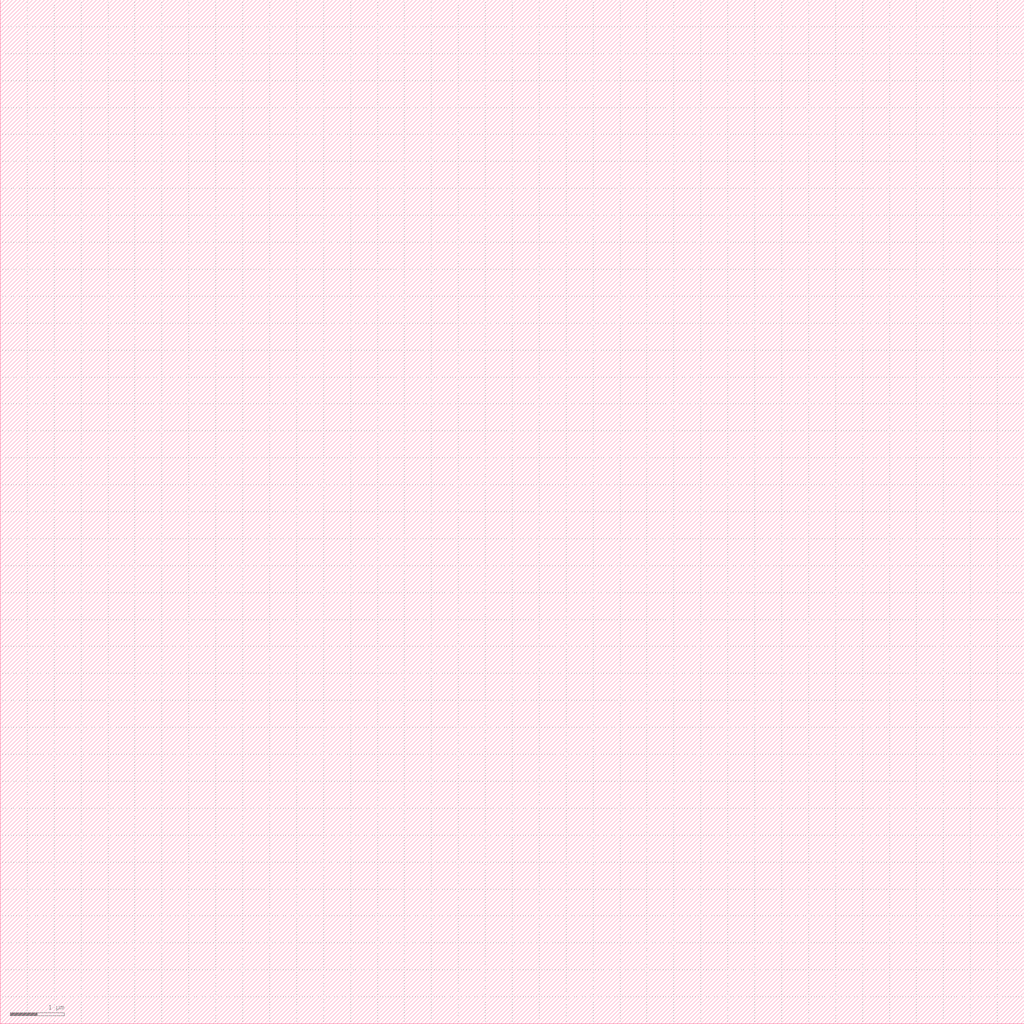
<source format=lef>
VERSION 5.8 ;
BUSBITCHARS "[]" ;
DIVIDERCHAR "/" ;

MACRO c
  CLASS COVER ;
  ORIGIN 0 0 ;
  SIZE 19 BY 19 ;
END c

END LIBRARY
</source>
